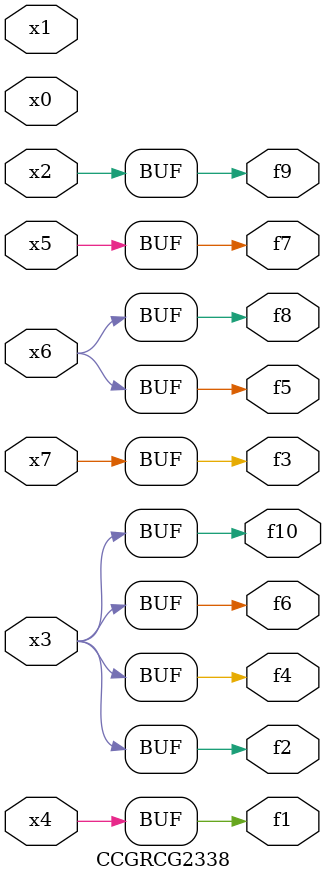
<source format=v>
module CCGRCG2338(
	input x0, x1, x2, x3, x4, x5, x6, x7,
	output f1, f2, f3, f4, f5, f6, f7, f8, f9, f10
);
	assign f1 = x4;
	assign f2 = x3;
	assign f3 = x7;
	assign f4 = x3;
	assign f5 = x6;
	assign f6 = x3;
	assign f7 = x5;
	assign f8 = x6;
	assign f9 = x2;
	assign f10 = x3;
endmodule

</source>
